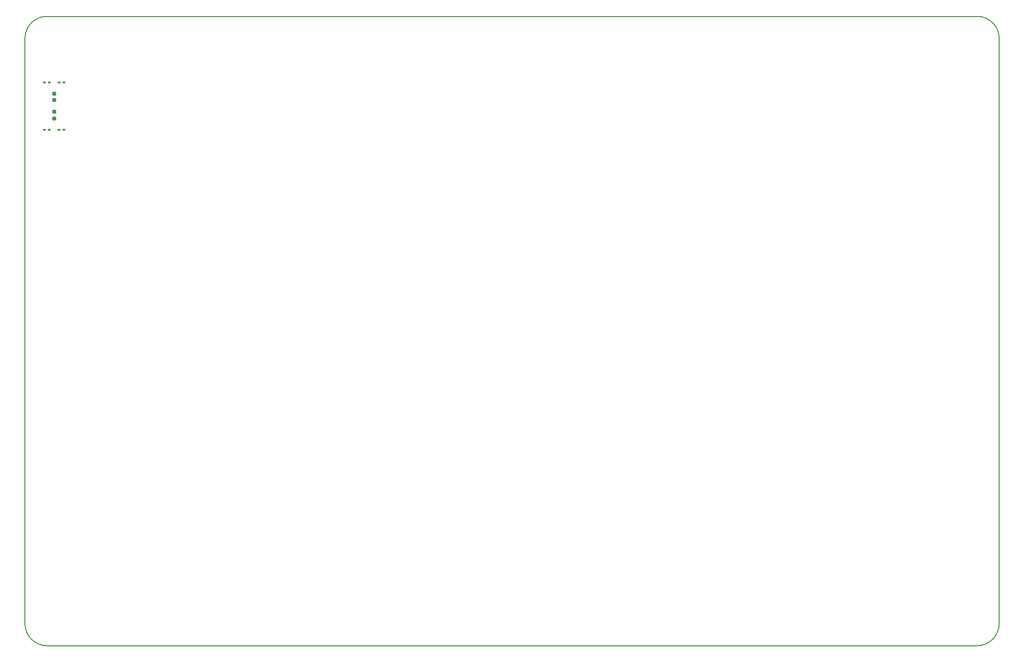
<source format=gbr>
%TF.GenerationSoftware,KiCad,Pcbnew,(6.0.1)*%
%TF.CreationDate,2022-04-03T20:03:39+01:00*%
%TF.ProjectId,Keyboard Left Hand Side,4b657962-6f61-4726-9420-4c6566742048,rev?*%
%TF.SameCoordinates,Original*%
%TF.FileFunction,Paste,Top*%
%TF.FilePolarity,Positive*%
%FSLAX46Y46*%
G04 Gerber Fmt 4.6, Leading zero omitted, Abs format (unit mm)*
G04 Created by KiCad (PCBNEW (6.0.1)) date 2022-04-03 20:03:39*
%MOMM*%
%LPD*%
G01*
G04 APERTURE LIST*
G04 Aperture macros list*
%AMRoundRect*
0 Rectangle with rounded corners*
0 $1 Rounding radius*
0 $2 $3 $4 $5 $6 $7 $8 $9 X,Y pos of 4 corners*
0 Add a 4 corners polygon primitive as box body*
4,1,4,$2,$3,$4,$5,$6,$7,$8,$9,$2,$3,0*
0 Add four circle primitives for the rounded corners*
1,1,$1+$1,$2,$3*
1,1,$1+$1,$4,$5*
1,1,$1+$1,$6,$7*
1,1,$1+$1,$8,$9*
0 Add four rect primitives between the rounded corners*
20,1,$1+$1,$2,$3,$4,$5,0*
20,1,$1+$1,$4,$5,$6,$7,0*
20,1,$1+$1,$6,$7,$8,$9,0*
20,1,$1+$1,$8,$9,$2,$3,0*%
G04 Aperture macros list end*
%TA.AperFunction,Profile*%
%ADD10C,0.200000*%
%TD*%
%ADD11RoundRect,0.090000X-0.139000X-0.090000X0.139000X-0.090000X0.139000X0.090000X-0.139000X0.090000X0*%
%ADD12RoundRect,0.155000X0.155000X-0.212500X0.155000X0.212500X-0.155000X0.212500X-0.155000X-0.212500X0*%
%ADD13RoundRect,0.090000X0.139000X0.090000X-0.139000X0.090000X-0.139000X-0.090000X0.139000X-0.090000X0*%
G04 APERTURE END LIST*
D10*
X34925003Y-140335000D02*
G75*
G03*
X38735000Y-144145000I3809997J-3D01*
G01*
X200025000Y-144144997D02*
G75*
G03*
X203835000Y-140335000I3J3809997D01*
G01*
X203834997Y-38735000D02*
G75*
G03*
X200025000Y-34925000I-3809997J3D01*
G01*
X38735000Y-34925003D02*
G75*
G03*
X34925000Y-38735000I-3J-3809997D01*
G01*
X34925000Y-140335000D02*
X34925000Y-38735000D01*
X200025000Y-144145000D02*
X38735000Y-144145000D01*
X203835000Y-38735000D02*
X203835000Y-140335000D01*
X38735000Y-34925000D02*
X200025000Y-34925000D01*
D11*
X38302500Y-54610000D03*
X39167500Y-54610000D03*
D12*
X40005000Y-49462500D03*
X40005000Y-48327500D03*
X40005000Y-52637500D03*
X40005000Y-51502500D03*
D11*
X39167500Y-46355000D03*
X38302500Y-46355000D03*
D13*
X41707500Y-46355000D03*
X40842500Y-46355000D03*
X40842500Y-54610000D03*
X41707500Y-54610000D03*
M02*

</source>
